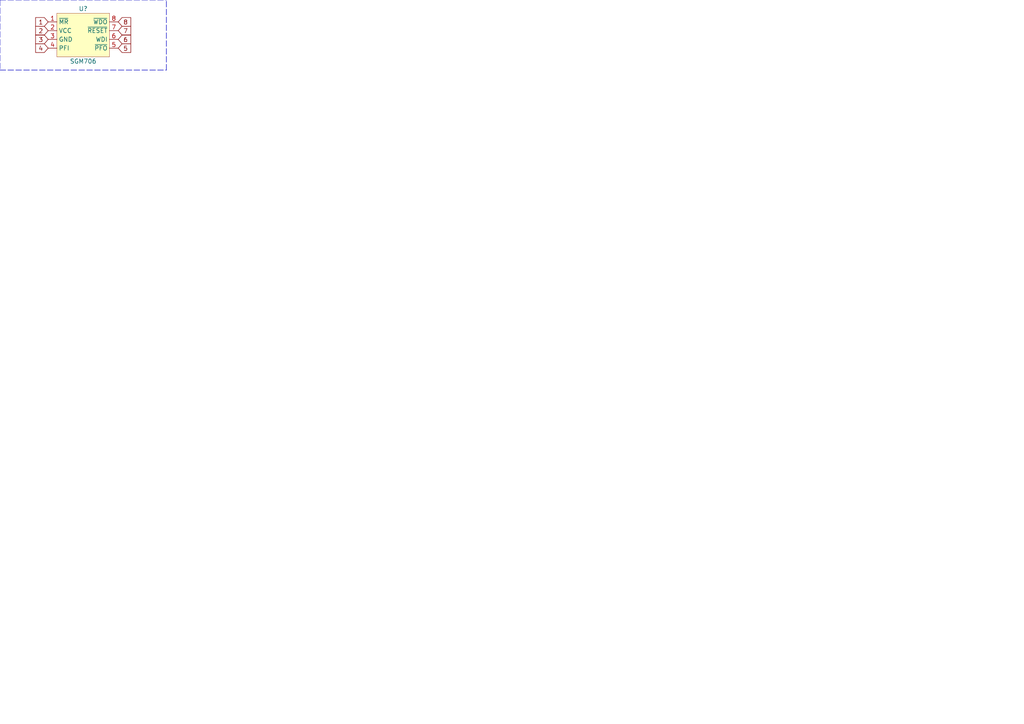
<source format=kicad_sch>
(kicad_sch (version 20201015) (generator eeschema)
  (paper "A4")
  (lib_symbols
    (symbol "supervisor:SGM706"
      (property "Reference" "U" (at 0 8.89 0))
      (property "Value" "SGM706" (at 0 -6.35 0))
      (symbol "SGM706_0_1"
        (rectangle (start -7.62 7.62) (end 7.62 -5.08) (stroke (width 0.0006)) (fill (type background)))
      )
      (symbol "SGM706_1_1"
        (pin input line (at -10.16 5.08 0) (length 2.54) (name "~MR") (number "1"))
        (pin input line (at -10.16 2.54 0) (length 2.54) (name "VCC") (number "2"))
        (pin input line (at -10.16 0 0) (length 2.54) (name "GND") (number "3"))
        (pin input line (at -10.16 -2.54 0) (length 2.54) (name "PFI") (number "4"))
        (pin input line (at 10.16 5.08 180) (length 2.54) (name "~WDO") (number "8"))
        (pin input line (at 10.16 2.54 180) (length 2.54) (name "~RESET") (number "7"))
        (pin input line (at 10.16 0 180) (length 2.54) (name "WDI") (number "6"))
        (pin input line (at 10.16 -2.54 180) (length 2.54) (name "~PFO") (number "5"))
      )
    )
  )
  (polyline (pts (xy 0 0) (xy 0 20.32)) (stroke (width 0) (type dash)))
  (polyline (pts (xy 0 0) (xy 48.26 0)) (stroke (width 0) (type dash)))
  (polyline (pts (xy 0 20.32) (xy 48.26 20.32)) (stroke (width 0) (type dash)))
  (polyline (pts (xy 48.26 20.32) (xy 48.26 0)) (stroke (width 0) (type dash)))
  (text "D .*\nF .*\nV SGM706.*" (at 0 0 0) (effects (font (size 1.27 1.27)) (justify left bottom)))
  (global_label "1" (shape input) (at 13.97 6.35 180) (property "Intersheet References" "${INTERSHEET_REFS}" (effects hide)))
  (global_label "2" (shape input) (at 13.97 8.89 180) (property "Intersheet References" "${INTERSHEET_REFS}" (effects hide)))
  (global_label "3" (shape input) (at 13.97 11.43 180) (property "Intersheet References" "${INTERSHEET_REFS}" (effects hide)))
  (global_label "4" (shape input) (at 13.97 13.97 180) (property "Intersheet References" "${INTERSHEET_REFS}" (effects hide)))
  (global_label "8" (shape input) (at 34.29 6.35 0) (property "Intersheet References" "${INTERSHEET_REFS}" (effects hide)))
  (global_label "7" (shape input) (at 34.29 8.89 0) (property "Intersheet References" "${INTERSHEET_REFS}" (effects hide)))
  (global_label "6" (shape input) (at 34.29 11.43 0) (property "Intersheet References" "${INTERSHEET_REFS}" (effects hide)))
  (global_label "5" (shape input) (at 34.29 13.97 0) (property "Intersheet References" "${INTERSHEET_REFS}" (effects hide)))
  (symbol (lib_id "supervisor:SGM706") (at 24.13 11.43 0) (unit 1)
    (property "Reference" "U?" (at 24.13 2.54 0))
    (property "Value" "SGM706" (at 24.13 17.78 0))
  )
)
</source>
